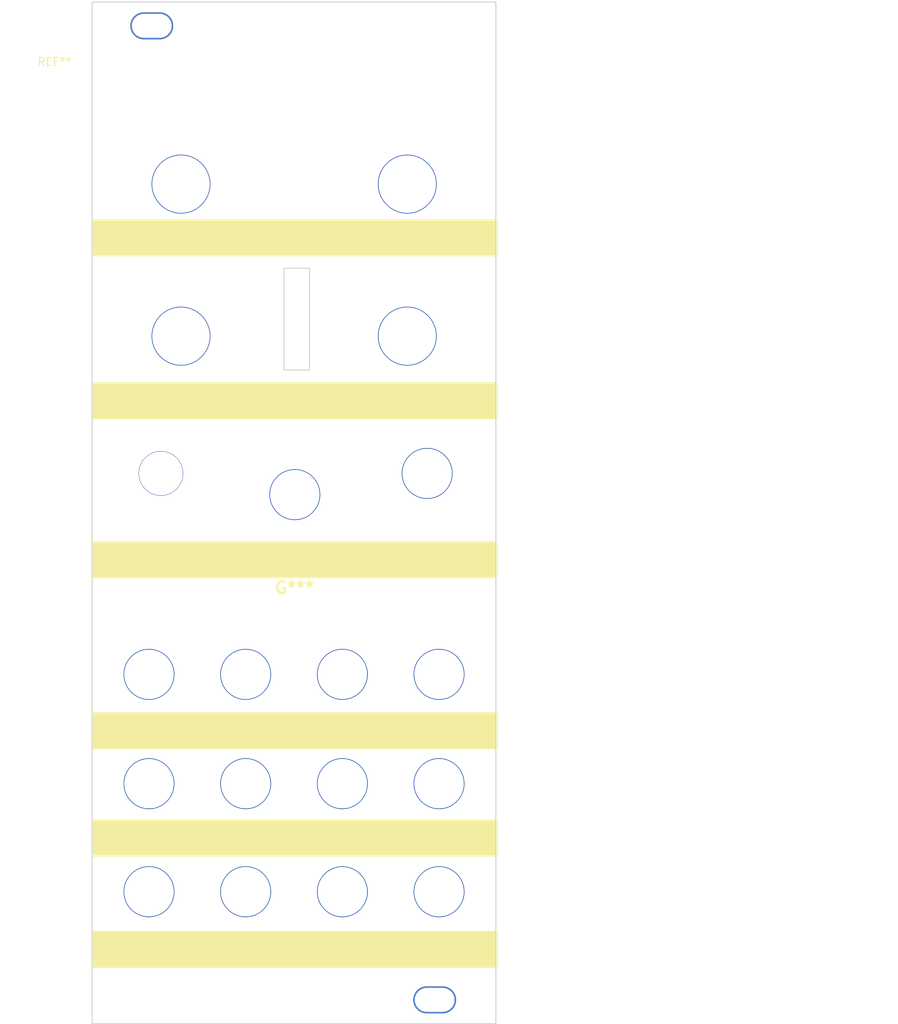
<source format=kicad_pcb>
(kicad_pcb (version 20240108) (generator "pcbnew") (generator_version "8.0")
  (layers (0 "F.Cu" signal) (31 "B.Cu" signal) (34 "B.Paste" user) (35 "F.Paste" user) (36 "B.SilkS" user "B.Silkscreen") (37 "F.SilkS" user "F.Silkscreen") (38 "B.Mask" user) (39 "F.Mask" user) (44 "Edge.Cuts" user))
  (net 0 "")
  (footprint "LOGO" (layer "F.Cu") (at 52.017094 100.789879)
    (property "Reference" "G***" (at 0 0 0) (layer "F.SilkS") (effects (font (size 1.5 1.5) (thickness 0.3))))
    (property "Value" "LOGO" (hide yes))
  )
  (footprint "dspcoffee:daisypatch rev2" (layer "F.Cu") (at 26.545 27.095)
    (property "Reference" "REF**" (at -4.729 7.525108 0) (layer "F.SilkS"))
    (property "Value" "daisypatch rev2")
    (fp_rect (start 0 0) (end 50.8 128.5) (stroke (width 0.12)) (fill none) (layer "Edge.Cuts"))
    (fp_rect (start 24.14 33.493) (end 27.348 46.295) (stroke (width 0.12)) (fill none) (layer "Edge.Cuts"))
    (pad "" np_thru_hole circle (at 7.149999 84.561952) (size 6.4 6.4) (drill 6.2) (layers "F&B.Cu" "*.Mask"))
    (pad "" np_thru_hole circle (at 7.149999 98.311904) (size 6.4 6.4) (drill 6.2) (layers "F&B.Cu" "*.Mask"))
    (pad "" np_thru_hole circle (at 7.149999 111.900001) (size 6.4 6.4) (drill 6.2) (layers "F&B.Cu" "*.Mask"))
    (pad "" np_thru_hole oval (at 7.5 3) (size 5.4 3.4) (drill oval 5 3) (layers "F&B.Cu" "*.Mask"))
    (pad "" np_thru_hole circle (at 8.649995 59.288225) (size 5.6 5.6) (drill 5.5) (layers "F&B.Cu" "*.Mask"))
    (pad "" np_thru_hole circle (at 11.1755 22.904289) (size 7.4 7.4) (drill 7.2) (layers "F&B.Cu" "*.Mask"))
    (pad "" np_thru_hole circle (at 11.1755 42.027311) (size 7.4 7.4) (drill 7.2) (layers "F&B.Cu" "*.Mask"))
    (pad "" np_thru_hole circle (at 19.316694 84.561903) (size 6.4 6.4) (drill 6.2) (layers "F&B.Cu" "*.Mask"))
    (pad "" np_thru_hole circle (at 19.316694 98.311904) (size 6.4 6.4) (drill 6.2) (layers "F&B.Cu" "*.Mask"))
    (pad "" np_thru_hole circle (at 19.316694 111.900001) (size 6.4 6.4) (drill 6.2) (layers "F&B.Cu" "*.Mask"))
    (pad "" np_thru_hole circle (at 25.399999 19.252005) (size 3.2 3.2) (drill 3.2) (layers "F&B.Cu" "*.Mask"))
    (pad "" np_thru_hole circle (at 25.502894 61.956597) (size 6.4 6.4) (drill 6.2) (layers "F&B.Cu" "*.Mask"))
    (pad "" np_thru_hole circle (at 31.483297 84.561903) (size 6.4 6.4) (drill 6.2) (layers "F&B.Cu" "*.Mask"))
    (pad "" np_thru_hole circle (at 31.483297 98.311904) (size 6.4 6.4) (drill 6.2) (layers "F&B.Cu" "*.Mask"))
    (pad "" np_thru_hole circle (at 31.483297 111.900001) (size 6.4 6.4) (drill 6.2) (layers "F&B.Cu" "*.Mask"))
    (pad "" np_thru_hole circle (at 39.649996 22.904289) (size 7.4 7.4) (drill 7.2) (layers "F&B.Cu" "*.Mask"))
    (pad "" np_thru_hole circle (at 39.649996 42.027311) (size 7.4 7.4) (drill 7.2) (layers "F&B.Cu" "*.Mask"))
    (pad "" np_thru_hole circle (at 42.155087 59.288206) (size 6.4 6.4) (drill 6.2) (layers "F&B.Cu" "*.Mask"))
    (pad "" np_thru_hole oval (at 43.1 125.5) (size 5.4 3.4) (drill oval 5 3) (layers "F&B.Cu" "*.Mask"))
    (pad "" np_thru_hole circle (at 43.65 84.561903) (size 6.4 6.4) (drill 6.2) (layers "F&B.Cu" "*.Mask"))
    (pad "" np_thru_hole circle (at 43.65 98.311904) (size 6.4 6.4) (drill 6.2) (layers "F&B.Cu" "*.Mask"))
    (pad "" np_thru_hole circle (at 43.65 111.900001) (size 6.4 6.4) (drill 6.2) (layers "F&B.Cu" "*.Mask"))
  )
  (gr_rect (start 26.5 54.5) (end 77.5 59) (stroke (width 0.15)) (fill solid) (layer "F.SilkS"))
  (gr_rect (start 26.5 144) (end 77.5 148.5) (stroke (width 0.15)) (fill solid) (layer "F.SilkS"))
  (gr_rect (start 26.5 75) (end 77.5 79.5) (stroke (width 0.15)) (fill solid) (layer "F.SilkS"))
  (gr_rect (start 26.5 95) (end 77.5 99.5) (stroke (width 0.15)) (fill solid) (layer "F.SilkS"))
  (gr_rect (start 26.5 116.5) (end 77.5 121) (stroke (width 0.15)) (fill solid) (layer "F.SilkS"))
  (gr_rect (start 26.5 130) (end 77.5 134.5) (stroke (width 0.15)) (fill solid) (layer "F.SilkS"))
)
</source>
